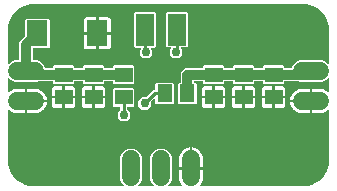
<source format=gbr>
G04 EAGLE Gerber X2 export*
%TF.Part,Single*%
%TF.FileFunction,Copper,L2,Bot,Mixed*%
%TF.FilePolarity,Positive*%
%TF.GenerationSoftware,Autodesk,EAGLE,9.0.0*%
%TF.CreationDate,2018-04-26T19:48:34Z*%
G75*
%MOMM*%
%FSLAX34Y34*%
%LPD*%
%AMOC8*
5,1,8,0,0,1.08239X$1,22.5*%
G01*
%ADD10R,1.300000X1.500000*%
%ADD11R,1.500000X1.300000*%
%ADD12R,1.500000X2.700000*%
%ADD13C,1.524000*%
%ADD14R,1.800000X2.200000*%
%ADD15C,0.812800*%
%ADD16C,0.756400*%
%ADD17C,0.254000*%

G36*
X209385Y137162D02*
X209385Y137162D01*
X209390Y137161D01*
X209483Y137181D01*
X209576Y137200D01*
X209580Y137203D01*
X209584Y137204D01*
X209662Y137259D01*
X209740Y137313D01*
X209742Y137316D01*
X209746Y137319D01*
X209796Y137400D01*
X209847Y137480D01*
X209848Y137485D01*
X209850Y137488D01*
X209864Y137582D01*
X209880Y137677D01*
X209879Y137681D01*
X209880Y137685D01*
X209856Y137777D01*
X209834Y137870D01*
X209832Y137873D01*
X209831Y137877D01*
X209734Y138013D01*
X208147Y139600D01*
X206755Y142961D01*
X206755Y161839D01*
X208147Y165200D01*
X210720Y167773D01*
X214081Y169165D01*
X217719Y169165D01*
X221080Y167773D01*
X223653Y165200D01*
X225045Y161839D01*
X225045Y142961D01*
X223653Y139600D01*
X222066Y138013D01*
X222063Y138009D01*
X222060Y138007D01*
X222009Y137927D01*
X221956Y137847D01*
X221955Y137843D01*
X221953Y137840D01*
X221937Y137746D01*
X221919Y137652D01*
X221920Y137648D01*
X221920Y137643D01*
X221941Y137552D01*
X221962Y137458D01*
X221965Y137454D01*
X221966Y137450D01*
X222022Y137374D01*
X222077Y137295D01*
X222081Y137293D01*
X222084Y137290D01*
X222165Y137241D01*
X222247Y137191D01*
X222251Y137191D01*
X222255Y137188D01*
X222419Y137161D01*
X234781Y137161D01*
X234785Y137162D01*
X234790Y137161D01*
X234883Y137181D01*
X234976Y137200D01*
X234980Y137203D01*
X234984Y137204D01*
X235062Y137259D01*
X235140Y137313D01*
X235142Y137316D01*
X235146Y137319D01*
X235196Y137400D01*
X235247Y137480D01*
X235248Y137485D01*
X235250Y137488D01*
X235264Y137582D01*
X235280Y137677D01*
X235279Y137681D01*
X235280Y137685D01*
X235256Y137777D01*
X235234Y137870D01*
X235232Y137873D01*
X235231Y137877D01*
X235134Y138013D01*
X233547Y139600D01*
X232155Y142961D01*
X232155Y161839D01*
X233547Y165200D01*
X236120Y167773D01*
X239481Y169165D01*
X243119Y169165D01*
X246480Y167773D01*
X249053Y165200D01*
X250445Y161839D01*
X250445Y142961D01*
X249053Y139600D01*
X247466Y138013D01*
X247463Y138009D01*
X247460Y138007D01*
X247409Y137927D01*
X247356Y137847D01*
X247355Y137843D01*
X247353Y137840D01*
X247337Y137746D01*
X247319Y137652D01*
X247320Y137648D01*
X247320Y137643D01*
X247341Y137552D01*
X247362Y137458D01*
X247365Y137454D01*
X247366Y137450D01*
X247422Y137374D01*
X247477Y137295D01*
X247481Y137293D01*
X247484Y137290D01*
X247565Y137241D01*
X247647Y137191D01*
X247651Y137191D01*
X247655Y137188D01*
X247819Y137161D01*
X258745Y137161D01*
X258749Y137162D01*
X258753Y137161D01*
X258846Y137181D01*
X258939Y137200D01*
X258943Y137203D01*
X258947Y137204D01*
X259024Y137259D01*
X259103Y137313D01*
X259106Y137316D01*
X259109Y137319D01*
X259159Y137400D01*
X259210Y137480D01*
X259211Y137485D01*
X259213Y137488D01*
X259228Y137583D01*
X259244Y137677D01*
X259243Y137681D01*
X259243Y137685D01*
X259219Y137778D01*
X259197Y137870D01*
X259195Y137873D01*
X259194Y137877D01*
X259098Y138013D01*
X258950Y138161D01*
X258010Y139455D01*
X257284Y140880D01*
X256789Y142401D01*
X256539Y143980D01*
X256539Y151401D01*
X266200Y151401D01*
X266208Y151402D01*
X266216Y151401D01*
X266305Y151422D01*
X266395Y151440D01*
X266402Y151445D01*
X266410Y151447D01*
X266483Y151501D01*
X266559Y151553D01*
X266563Y151560D01*
X266570Y151565D01*
X266616Y151643D01*
X266666Y151720D01*
X266667Y151729D01*
X266671Y151736D01*
X266699Y151900D01*
X266699Y152401D01*
X266701Y152401D01*
X266701Y151900D01*
X266703Y151892D01*
X266701Y151883D01*
X266722Y151795D01*
X266740Y151705D01*
X266745Y151698D01*
X266747Y151690D01*
X266801Y151617D01*
X266853Y151541D01*
X266860Y151537D01*
X266865Y151530D01*
X266943Y151483D01*
X267021Y151434D01*
X267029Y151433D01*
X267036Y151428D01*
X267200Y151401D01*
X276861Y151401D01*
X276861Y143980D01*
X276611Y142401D01*
X276116Y140880D01*
X275390Y139455D01*
X274450Y138161D01*
X274302Y138013D01*
X274300Y138009D01*
X274297Y138007D01*
X274245Y137926D01*
X274193Y137847D01*
X274192Y137843D01*
X274190Y137840D01*
X274174Y137746D01*
X274156Y137652D01*
X274157Y137648D01*
X274156Y137643D01*
X274178Y137551D01*
X274199Y137458D01*
X274202Y137454D01*
X274203Y137450D01*
X274259Y137374D01*
X274314Y137296D01*
X274318Y137293D01*
X274320Y137290D01*
X274402Y137242D01*
X274484Y137191D01*
X274488Y137191D01*
X274491Y137188D01*
X274655Y137161D01*
X361950Y137161D01*
X361964Y137164D01*
X361983Y137162D01*
X364735Y137342D01*
X364774Y137353D01*
X364832Y137358D01*
X370150Y138783D01*
X370190Y138803D01*
X370270Y138833D01*
X375038Y141586D01*
X375072Y141616D01*
X375142Y141665D01*
X379035Y145558D01*
X379060Y145596D01*
X379114Y145662D01*
X381867Y150430D01*
X381877Y150459D01*
X381878Y150461D01*
X381879Y150465D01*
X381881Y150472D01*
X381917Y150550D01*
X383342Y155868D01*
X383344Y155908D01*
X383358Y155965D01*
X383538Y158717D01*
X383536Y158732D01*
X383539Y158750D01*
X383539Y201595D01*
X383538Y201599D01*
X383539Y201603D01*
X383519Y201696D01*
X383500Y201789D01*
X383497Y201793D01*
X383496Y201797D01*
X383441Y201874D01*
X383387Y201953D01*
X383384Y201956D01*
X383381Y201959D01*
X383300Y202009D01*
X383220Y202060D01*
X383215Y202061D01*
X383212Y202063D01*
X383117Y202078D01*
X383023Y202094D01*
X383019Y202093D01*
X383015Y202093D01*
X382922Y202069D01*
X382830Y202047D01*
X382827Y202045D01*
X382823Y202044D01*
X382687Y201948D01*
X382539Y201800D01*
X381245Y200860D01*
X379820Y200134D01*
X378299Y199639D01*
X376720Y199389D01*
X369299Y199389D01*
X369299Y209050D01*
X369298Y209058D01*
X369299Y209066D01*
X369278Y209155D01*
X369260Y209245D01*
X369255Y209252D01*
X369253Y209260D01*
X369199Y209333D01*
X369147Y209409D01*
X369140Y209413D01*
X369135Y209420D01*
X369057Y209466D01*
X368980Y209516D01*
X368971Y209517D01*
X368964Y209521D01*
X368800Y209549D01*
X368299Y209549D01*
X368299Y209551D01*
X368800Y209551D01*
X368808Y209553D01*
X368816Y209551D01*
X368905Y209572D01*
X368995Y209590D01*
X369002Y209595D01*
X369010Y209597D01*
X369083Y209651D01*
X369159Y209703D01*
X369163Y209710D01*
X369170Y209715D01*
X369216Y209793D01*
X369266Y209871D01*
X369267Y209879D01*
X369271Y209886D01*
X369299Y210050D01*
X369299Y219711D01*
X376720Y219711D01*
X378299Y219461D01*
X379820Y218966D01*
X381245Y218240D01*
X382539Y217300D01*
X382687Y217152D01*
X382691Y217150D01*
X382693Y217147D01*
X382773Y217095D01*
X382853Y217043D01*
X382857Y217042D01*
X382860Y217040D01*
X382954Y217024D01*
X383048Y217006D01*
X383052Y217007D01*
X383057Y217006D01*
X383149Y217028D01*
X383242Y217049D01*
X383246Y217052D01*
X383250Y217053D01*
X383326Y217109D01*
X383404Y217164D01*
X383407Y217168D01*
X383410Y217170D01*
X383458Y217251D01*
X383509Y217334D01*
X383509Y217338D01*
X383512Y217341D01*
X383539Y217505D01*
X383539Y228431D01*
X383538Y228435D01*
X383539Y228440D01*
X383519Y228533D01*
X383500Y228626D01*
X383497Y228630D01*
X383496Y228634D01*
X383441Y228712D01*
X383387Y228790D01*
X383384Y228792D01*
X383381Y228796D01*
X383300Y228846D01*
X383220Y228897D01*
X383215Y228898D01*
X383212Y228900D01*
X383118Y228914D01*
X383023Y228930D01*
X383019Y228929D01*
X383015Y228930D01*
X382923Y228906D01*
X382830Y228884D01*
X382827Y228882D01*
X382823Y228881D01*
X382687Y228784D01*
X381100Y227197D01*
X377739Y225805D01*
X358861Y225805D01*
X358093Y226123D01*
X358079Y226126D01*
X358066Y226134D01*
X357902Y226161D01*
X346074Y226161D01*
X346066Y226160D01*
X346057Y226161D01*
X345969Y226140D01*
X345879Y226122D01*
X345872Y226117D01*
X345864Y226115D01*
X345791Y226061D01*
X345715Y226009D01*
X345711Y226002D01*
X345704Y225997D01*
X345657Y225919D01*
X345608Y225842D01*
X345607Y225833D01*
X345602Y225826D01*
X345575Y225662D01*
X345575Y224618D01*
X344682Y223725D01*
X328418Y223725D01*
X327525Y224618D01*
X327525Y225662D01*
X327524Y225670D01*
X327525Y225679D01*
X327504Y225767D01*
X327486Y225857D01*
X327481Y225864D01*
X327479Y225872D01*
X327425Y225945D01*
X327373Y226021D01*
X327366Y226025D01*
X327361Y226032D01*
X327283Y226079D01*
X327206Y226128D01*
X327197Y226129D01*
X327190Y226134D01*
X327026Y226161D01*
X320674Y226161D01*
X320666Y226160D01*
X320657Y226161D01*
X320569Y226140D01*
X320479Y226122D01*
X320472Y226117D01*
X320464Y226115D01*
X320391Y226061D01*
X320315Y226009D01*
X320311Y226002D01*
X320304Y225997D01*
X320257Y225919D01*
X320208Y225842D01*
X320207Y225833D01*
X320202Y225826D01*
X320175Y225662D01*
X320175Y224618D01*
X319282Y223725D01*
X303018Y223725D01*
X302125Y224618D01*
X302125Y225662D01*
X302124Y225670D01*
X302125Y225679D01*
X302104Y225767D01*
X302086Y225857D01*
X302081Y225864D01*
X302079Y225872D01*
X302025Y225945D01*
X301973Y226021D01*
X301966Y226025D01*
X301961Y226032D01*
X301883Y226079D01*
X301806Y226128D01*
X301797Y226129D01*
X301790Y226134D01*
X301626Y226161D01*
X295274Y226161D01*
X295266Y226160D01*
X295257Y226161D01*
X295169Y226140D01*
X295079Y226122D01*
X295072Y226117D01*
X295064Y226115D01*
X294991Y226061D01*
X294915Y226009D01*
X294911Y226002D01*
X294904Y225997D01*
X294857Y225919D01*
X294808Y225842D01*
X294807Y225833D01*
X294802Y225826D01*
X294775Y225662D01*
X294775Y224618D01*
X293882Y223725D01*
X277618Y223725D01*
X276725Y224618D01*
X276725Y225662D01*
X276724Y225670D01*
X276725Y225679D01*
X276704Y225767D01*
X276686Y225857D01*
X276681Y225864D01*
X276679Y225872D01*
X276625Y225945D01*
X276573Y226021D01*
X276566Y226025D01*
X276561Y226032D01*
X276483Y226079D01*
X276406Y226128D01*
X276397Y226129D01*
X276390Y226134D01*
X276226Y226161D01*
X269588Y226161D01*
X269580Y226160D01*
X269571Y226161D01*
X269483Y226140D01*
X269393Y226122D01*
X269386Y226117D01*
X269378Y226115D01*
X269305Y226061D01*
X269229Y226009D01*
X269225Y226002D01*
X269218Y225997D01*
X269171Y225919D01*
X269122Y225842D01*
X269121Y225833D01*
X269116Y225826D01*
X269089Y225662D01*
X269089Y225424D01*
X269090Y225416D01*
X269089Y225407D01*
X269110Y225319D01*
X269128Y225229D01*
X269133Y225222D01*
X269135Y225214D01*
X269189Y225141D01*
X269241Y225065D01*
X269248Y225061D01*
X269253Y225054D01*
X269331Y225007D01*
X269408Y224958D01*
X269417Y224957D01*
X269424Y224952D01*
X269588Y224925D01*
X270632Y224925D01*
X271525Y224032D01*
X271525Y207768D01*
X270632Y206875D01*
X256368Y206875D01*
X255475Y207768D01*
X255475Y224032D01*
X256368Y224925D01*
X257412Y224925D01*
X257420Y224926D01*
X257429Y224925D01*
X257517Y224946D01*
X257607Y224964D01*
X257614Y224969D01*
X257622Y224971D01*
X257695Y225025D01*
X257771Y225077D01*
X257775Y225084D01*
X257782Y225089D01*
X257829Y225167D01*
X257878Y225244D01*
X257879Y225253D01*
X257884Y225260D01*
X257911Y225424D01*
X257911Y232862D01*
X258762Y234916D01*
X260334Y236488D01*
X262388Y237339D01*
X276226Y237339D01*
X276234Y237340D01*
X276243Y237339D01*
X276331Y237360D01*
X276421Y237378D01*
X276428Y237383D01*
X276436Y237385D01*
X276509Y237439D01*
X276585Y237491D01*
X276589Y237498D01*
X276596Y237503D01*
X276643Y237581D01*
X276692Y237658D01*
X276693Y237667D01*
X276698Y237674D01*
X276725Y237838D01*
X276725Y238882D01*
X277618Y239775D01*
X293882Y239775D01*
X294775Y238882D01*
X294775Y237838D01*
X294776Y237830D01*
X294775Y237821D01*
X294796Y237733D01*
X294814Y237643D01*
X294819Y237636D01*
X294821Y237628D01*
X294875Y237555D01*
X294927Y237479D01*
X294934Y237475D01*
X294939Y237468D01*
X295017Y237421D01*
X295094Y237372D01*
X295103Y237371D01*
X295110Y237366D01*
X295274Y237339D01*
X301626Y237339D01*
X301634Y237340D01*
X301643Y237339D01*
X301731Y237360D01*
X301821Y237378D01*
X301828Y237383D01*
X301836Y237385D01*
X301909Y237439D01*
X301985Y237491D01*
X301989Y237498D01*
X301996Y237503D01*
X302043Y237581D01*
X302092Y237658D01*
X302093Y237667D01*
X302098Y237674D01*
X302125Y237838D01*
X302125Y238882D01*
X303018Y239775D01*
X319282Y239775D01*
X320175Y238882D01*
X320175Y237838D01*
X320176Y237830D01*
X320175Y237821D01*
X320196Y237733D01*
X320214Y237643D01*
X320219Y237636D01*
X320221Y237628D01*
X320275Y237555D01*
X320327Y237479D01*
X320334Y237475D01*
X320339Y237468D01*
X320417Y237421D01*
X320494Y237372D01*
X320503Y237371D01*
X320510Y237366D01*
X320674Y237339D01*
X327026Y237339D01*
X327034Y237340D01*
X327043Y237339D01*
X327131Y237360D01*
X327221Y237378D01*
X327228Y237383D01*
X327236Y237385D01*
X327309Y237439D01*
X327385Y237491D01*
X327389Y237498D01*
X327396Y237503D01*
X327443Y237581D01*
X327492Y237658D01*
X327493Y237667D01*
X327498Y237674D01*
X327525Y237838D01*
X327525Y238882D01*
X328418Y239775D01*
X344682Y239775D01*
X345575Y238882D01*
X345575Y237838D01*
X345576Y237830D01*
X345575Y237821D01*
X345596Y237733D01*
X345614Y237643D01*
X345619Y237636D01*
X345621Y237628D01*
X345675Y237555D01*
X345727Y237479D01*
X345734Y237475D01*
X345739Y237468D01*
X345817Y237421D01*
X345894Y237372D01*
X345903Y237371D01*
X345910Y237366D01*
X346074Y237339D01*
X351438Y237339D01*
X351448Y237341D01*
X351458Y237339D01*
X351545Y237360D01*
X351633Y237378D01*
X351641Y237384D01*
X351651Y237387D01*
X351723Y237440D01*
X351796Y237491D01*
X351802Y237500D01*
X351811Y237506D01*
X351899Y237647D01*
X352927Y240130D01*
X355500Y242703D01*
X358861Y244095D01*
X377739Y244095D01*
X381100Y242703D01*
X382687Y241116D01*
X382691Y241113D01*
X382693Y241110D01*
X382773Y241059D01*
X382853Y241006D01*
X382857Y241005D01*
X382860Y241003D01*
X382954Y240987D01*
X383048Y240969D01*
X383052Y240970D01*
X383057Y240970D01*
X383148Y240991D01*
X383242Y241012D01*
X383246Y241015D01*
X383250Y241016D01*
X383326Y241072D01*
X383405Y241127D01*
X383407Y241131D01*
X383410Y241134D01*
X383458Y241215D01*
X383509Y241297D01*
X383509Y241301D01*
X383512Y241305D01*
X383539Y241469D01*
X383539Y269875D01*
X383536Y269889D01*
X383538Y269908D01*
X383358Y272660D01*
X383347Y272699D01*
X383342Y272757D01*
X381917Y278075D01*
X381897Y278115D01*
X381895Y278121D01*
X381886Y278159D01*
X381875Y278173D01*
X381867Y278195D01*
X379114Y282963D01*
X379084Y282997D01*
X379035Y283067D01*
X375142Y286960D01*
X375104Y286985D01*
X375038Y287039D01*
X370270Y289792D01*
X370228Y289806D01*
X370150Y289842D01*
X364832Y291267D01*
X364792Y291269D01*
X364735Y291283D01*
X361983Y291463D01*
X361968Y291461D01*
X361950Y291464D01*
X133350Y291464D01*
X133335Y291461D01*
X133317Y291463D01*
X130565Y291283D01*
X130526Y291272D01*
X130468Y291267D01*
X125150Y289842D01*
X125110Y289822D01*
X125030Y289792D01*
X120262Y287039D01*
X120228Y287009D01*
X120158Y286960D01*
X116265Y283067D01*
X116240Y283029D01*
X116186Y282963D01*
X113433Y278195D01*
X113421Y278159D01*
X113401Y278129D01*
X113398Y278107D01*
X113383Y278075D01*
X111958Y272757D01*
X111956Y272717D01*
X111942Y272660D01*
X111762Y269908D01*
X111764Y269893D01*
X111761Y269875D01*
X111761Y241469D01*
X111762Y241465D01*
X111761Y241460D01*
X111781Y241367D01*
X111800Y241274D01*
X111803Y241270D01*
X111804Y241266D01*
X111859Y241188D01*
X111913Y241110D01*
X111916Y241108D01*
X111919Y241104D01*
X112000Y241054D01*
X112080Y241003D01*
X112085Y241002D01*
X112088Y241000D01*
X112182Y240986D01*
X112277Y240970D01*
X112281Y240971D01*
X112285Y240970D01*
X112377Y240994D01*
X112470Y241016D01*
X112473Y241018D01*
X112477Y241019D01*
X112613Y241116D01*
X114200Y242703D01*
X117561Y244095D01*
X120912Y244095D01*
X120920Y244096D01*
X120929Y244095D01*
X121017Y244116D01*
X121107Y244134D01*
X121114Y244139D01*
X121122Y244141D01*
X121195Y244195D01*
X121271Y244247D01*
X121275Y244254D01*
X121282Y244259D01*
X121329Y244337D01*
X121378Y244414D01*
X121379Y244423D01*
X121384Y244430D01*
X121411Y244594D01*
X121411Y258387D01*
X122262Y260441D01*
X125754Y263933D01*
X125761Y263943D01*
X125771Y263951D01*
X125816Y264026D01*
X125864Y264099D01*
X125866Y264111D01*
X125873Y264122D01*
X125900Y264286D01*
X125900Y278332D01*
X126793Y279225D01*
X146057Y279225D01*
X146950Y278332D01*
X146950Y255068D01*
X146057Y254175D01*
X133088Y254175D01*
X133080Y254174D01*
X133071Y254175D01*
X132983Y254154D01*
X132893Y254136D01*
X132886Y254131D01*
X132878Y254129D01*
X132805Y254075D01*
X132729Y254023D01*
X132725Y254016D01*
X132718Y254011D01*
X132671Y253933D01*
X132622Y253856D01*
X132621Y253847D01*
X132616Y253840D01*
X132589Y253676D01*
X132589Y244594D01*
X132590Y244586D01*
X132589Y244577D01*
X132610Y244489D01*
X132628Y244399D01*
X132633Y244392D01*
X132635Y244384D01*
X132689Y244311D01*
X132741Y244235D01*
X132748Y244231D01*
X132753Y244224D01*
X132831Y244177D01*
X132908Y244128D01*
X132917Y244127D01*
X132924Y244122D01*
X133088Y244095D01*
X136439Y244095D01*
X139800Y242703D01*
X142373Y240130D01*
X143401Y237647D01*
X143407Y237638D01*
X143409Y237628D01*
X143462Y237556D01*
X143512Y237482D01*
X143521Y237476D01*
X143527Y237468D01*
X143604Y237423D01*
X143679Y237374D01*
X143689Y237372D01*
X143698Y237366D01*
X143862Y237339D01*
X149226Y237339D01*
X149234Y237340D01*
X149243Y237339D01*
X149331Y237360D01*
X149421Y237378D01*
X149428Y237383D01*
X149436Y237385D01*
X149509Y237439D01*
X149585Y237491D01*
X149589Y237498D01*
X149596Y237503D01*
X149643Y237581D01*
X149692Y237658D01*
X149693Y237667D01*
X149698Y237674D01*
X149725Y237838D01*
X149725Y238882D01*
X150618Y239775D01*
X166882Y239775D01*
X167775Y238882D01*
X167775Y237838D01*
X167776Y237830D01*
X167775Y237821D01*
X167796Y237733D01*
X167814Y237643D01*
X167819Y237636D01*
X167821Y237628D01*
X167875Y237555D01*
X167927Y237479D01*
X167934Y237475D01*
X167939Y237468D01*
X168017Y237421D01*
X168094Y237372D01*
X168103Y237371D01*
X168110Y237366D01*
X168274Y237339D01*
X174626Y237339D01*
X174634Y237340D01*
X174643Y237339D01*
X174731Y237360D01*
X174821Y237378D01*
X174828Y237383D01*
X174836Y237385D01*
X174909Y237439D01*
X174985Y237491D01*
X174989Y237498D01*
X174996Y237503D01*
X175043Y237581D01*
X175092Y237658D01*
X175093Y237667D01*
X175098Y237674D01*
X175125Y237838D01*
X175125Y238882D01*
X176018Y239775D01*
X192282Y239775D01*
X193175Y238882D01*
X193175Y237838D01*
X193176Y237830D01*
X193175Y237821D01*
X193196Y237733D01*
X193214Y237643D01*
X193219Y237636D01*
X193221Y237628D01*
X193275Y237555D01*
X193327Y237479D01*
X193334Y237475D01*
X193339Y237468D01*
X193417Y237421D01*
X193494Y237372D01*
X193503Y237371D01*
X193510Y237366D01*
X193674Y237339D01*
X200026Y237339D01*
X200034Y237340D01*
X200043Y237339D01*
X200131Y237360D01*
X200221Y237378D01*
X200228Y237383D01*
X200236Y237385D01*
X200309Y237439D01*
X200385Y237491D01*
X200389Y237498D01*
X200396Y237503D01*
X200443Y237581D01*
X200492Y237658D01*
X200493Y237667D01*
X200498Y237674D01*
X200525Y237838D01*
X200525Y238882D01*
X201418Y239775D01*
X217682Y239775D01*
X218575Y238882D01*
X218575Y224618D01*
X217682Y223725D01*
X201418Y223725D01*
X200525Y224618D01*
X200525Y225662D01*
X200524Y225670D01*
X200525Y225679D01*
X200504Y225767D01*
X200486Y225857D01*
X200481Y225864D01*
X200479Y225872D01*
X200425Y225945D01*
X200373Y226021D01*
X200366Y226025D01*
X200361Y226032D01*
X200283Y226079D01*
X200206Y226128D01*
X200197Y226129D01*
X200190Y226134D01*
X200026Y226161D01*
X193674Y226161D01*
X193666Y226160D01*
X193657Y226161D01*
X193569Y226140D01*
X193479Y226122D01*
X193472Y226117D01*
X193464Y226115D01*
X193391Y226061D01*
X193315Y226009D01*
X193311Y226002D01*
X193304Y225997D01*
X193257Y225919D01*
X193208Y225842D01*
X193207Y225833D01*
X193202Y225826D01*
X193175Y225662D01*
X193175Y224618D01*
X192282Y223725D01*
X176018Y223725D01*
X175125Y224618D01*
X175125Y225662D01*
X175124Y225670D01*
X175125Y225679D01*
X175104Y225767D01*
X175086Y225857D01*
X175081Y225864D01*
X175079Y225872D01*
X175025Y225945D01*
X174973Y226021D01*
X174966Y226025D01*
X174961Y226032D01*
X174883Y226079D01*
X174806Y226128D01*
X174797Y226129D01*
X174790Y226134D01*
X174626Y226161D01*
X168274Y226161D01*
X168266Y226160D01*
X168257Y226161D01*
X168169Y226140D01*
X168079Y226122D01*
X168072Y226117D01*
X168064Y226115D01*
X167991Y226061D01*
X167915Y226009D01*
X167911Y226002D01*
X167904Y225997D01*
X167857Y225919D01*
X167808Y225842D01*
X167807Y225833D01*
X167802Y225826D01*
X167775Y225662D01*
X167775Y224618D01*
X166882Y223725D01*
X150618Y223725D01*
X149725Y224618D01*
X149725Y225662D01*
X149724Y225670D01*
X149725Y225679D01*
X149704Y225767D01*
X149686Y225857D01*
X149681Y225864D01*
X149679Y225872D01*
X149625Y225945D01*
X149573Y226021D01*
X149566Y226025D01*
X149561Y226032D01*
X149483Y226079D01*
X149406Y226128D01*
X149397Y226129D01*
X149390Y226134D01*
X149226Y226161D01*
X137398Y226161D01*
X137383Y226158D01*
X137369Y226160D01*
X137207Y226123D01*
X136439Y225805D01*
X117561Y225805D01*
X114200Y227197D01*
X112613Y228784D01*
X112609Y228787D01*
X112607Y228790D01*
X112527Y228841D01*
X112447Y228894D01*
X112443Y228895D01*
X112440Y228897D01*
X112346Y228913D01*
X112252Y228931D01*
X112248Y228930D01*
X112243Y228930D01*
X112152Y228909D01*
X112058Y228888D01*
X112054Y228885D01*
X112050Y228884D01*
X111974Y228828D01*
X111895Y228773D01*
X111893Y228769D01*
X111890Y228766D01*
X111841Y228685D01*
X111791Y228603D01*
X111791Y228599D01*
X111788Y228595D01*
X111761Y228431D01*
X111761Y217505D01*
X111762Y217501D01*
X111761Y217497D01*
X111781Y217404D01*
X111800Y217311D01*
X111803Y217307D01*
X111804Y217303D01*
X111859Y217226D01*
X111913Y217147D01*
X111916Y217144D01*
X111919Y217141D01*
X112000Y217091D01*
X112080Y217040D01*
X112085Y217039D01*
X112088Y217037D01*
X112183Y217022D01*
X112277Y217006D01*
X112281Y217007D01*
X112285Y217007D01*
X112378Y217031D01*
X112470Y217053D01*
X112473Y217055D01*
X112477Y217056D01*
X112613Y217152D01*
X112761Y217300D01*
X114055Y218240D01*
X115480Y218966D01*
X117001Y219461D01*
X118580Y219711D01*
X126001Y219711D01*
X126001Y210050D01*
X126002Y210042D01*
X126001Y210035D01*
X126001Y210034D01*
X126022Y209945D01*
X126040Y209855D01*
X126045Y209848D01*
X126047Y209840D01*
X126101Y209767D01*
X126153Y209691D01*
X126160Y209687D01*
X126165Y209680D01*
X126243Y209634D01*
X126320Y209584D01*
X126329Y209583D01*
X126336Y209579D01*
X126500Y209551D01*
X127001Y209551D01*
X127001Y209549D01*
X126500Y209549D01*
X126492Y209547D01*
X126483Y209549D01*
X126395Y209528D01*
X126305Y209510D01*
X126298Y209505D01*
X126290Y209503D01*
X126217Y209449D01*
X126141Y209397D01*
X126137Y209390D01*
X126130Y209385D01*
X126083Y209307D01*
X126034Y209229D01*
X126033Y209221D01*
X126028Y209214D01*
X126001Y209050D01*
X126001Y199389D01*
X118580Y199389D01*
X117001Y199639D01*
X115480Y200134D01*
X114055Y200860D01*
X112761Y201800D01*
X112613Y201948D01*
X112609Y201950D01*
X112607Y201953D01*
X112527Y202005D01*
X112447Y202057D01*
X112443Y202058D01*
X112440Y202060D01*
X112346Y202076D01*
X112252Y202094D01*
X112248Y202093D01*
X112243Y202094D01*
X112151Y202072D01*
X112058Y202051D01*
X112054Y202048D01*
X112050Y202047D01*
X111974Y201991D01*
X111896Y201936D01*
X111893Y201932D01*
X111890Y201930D01*
X111842Y201848D01*
X111791Y201766D01*
X111791Y201762D01*
X111788Y201759D01*
X111761Y201595D01*
X111761Y158750D01*
X111764Y158736D01*
X111762Y158717D01*
X111942Y155965D01*
X111953Y155926D01*
X111958Y155868D01*
X113383Y150550D01*
X113403Y150510D01*
X113433Y150430D01*
X116186Y145662D01*
X116216Y145628D01*
X116265Y145558D01*
X120158Y141665D01*
X120196Y141640D01*
X120262Y141586D01*
X125030Y138833D01*
X125072Y138819D01*
X125150Y138783D01*
X130468Y137358D01*
X130508Y137356D01*
X130565Y137342D01*
X133317Y137162D01*
X133332Y137164D01*
X133350Y137161D01*
X209381Y137161D01*
X209385Y137162D01*
G37*
%LPC*%
G36*
X251802Y245518D02*
X251802Y245518D01*
X248693Y248627D01*
X248693Y253023D01*
X249768Y254098D01*
X249771Y254102D01*
X249774Y254104D01*
X249825Y254184D01*
X249878Y254264D01*
X249879Y254268D01*
X249881Y254271D01*
X249897Y254365D01*
X249914Y254459D01*
X249913Y254463D01*
X249914Y254468D01*
X249892Y254559D01*
X249872Y254653D01*
X249869Y254657D01*
X249868Y254661D01*
X249812Y254737D01*
X249756Y254816D01*
X249753Y254818D01*
X249750Y254821D01*
X249668Y254870D01*
X249587Y254920D01*
X249583Y254920D01*
X249579Y254923D01*
X249415Y254950D01*
X246668Y254950D01*
X245775Y255843D01*
X245775Y284107D01*
X246668Y285000D01*
X262932Y285000D01*
X263825Y284107D01*
X263825Y255843D01*
X262932Y254950D01*
X258585Y254950D01*
X258581Y254949D01*
X258577Y254950D01*
X258483Y254930D01*
X258390Y254911D01*
X258387Y254908D01*
X258382Y254907D01*
X258305Y254852D01*
X258226Y254798D01*
X258224Y254795D01*
X258220Y254792D01*
X258170Y254711D01*
X258119Y254631D01*
X258118Y254626D01*
X258116Y254623D01*
X258102Y254529D01*
X258086Y254434D01*
X258087Y254430D01*
X258086Y254426D01*
X258110Y254334D01*
X258132Y254241D01*
X258134Y254238D01*
X258135Y254234D01*
X258232Y254098D01*
X259307Y253023D01*
X259307Y248627D01*
X256198Y245518D01*
X251802Y245518D01*
G37*
%LPD*%
%LPC*%
G36*
X226402Y245518D02*
X226402Y245518D01*
X223293Y248627D01*
X223293Y253023D01*
X224168Y253898D01*
X224171Y253902D01*
X224174Y253904D01*
X224225Y253984D01*
X224278Y254064D01*
X224279Y254068D01*
X224281Y254071D01*
X224297Y254165D01*
X224314Y254259D01*
X224313Y254263D01*
X224314Y254268D01*
X224292Y254359D01*
X224272Y254453D01*
X224269Y254457D01*
X224268Y254461D01*
X224212Y254537D01*
X224156Y254616D01*
X224153Y254618D01*
X224150Y254621D01*
X224068Y254670D01*
X223987Y254720D01*
X223983Y254720D01*
X223979Y254723D01*
X223815Y254750D01*
X219668Y254750D01*
X218775Y255643D01*
X218775Y283907D01*
X219668Y284800D01*
X235932Y284800D01*
X236825Y283907D01*
X236825Y255643D01*
X235932Y254750D01*
X233385Y254750D01*
X233381Y254749D01*
X233377Y254750D01*
X233283Y254730D01*
X233190Y254711D01*
X233187Y254708D01*
X233182Y254707D01*
X233105Y254652D01*
X233026Y254598D01*
X233024Y254595D01*
X233020Y254592D01*
X232970Y254511D01*
X232919Y254431D01*
X232918Y254426D01*
X232916Y254423D01*
X232902Y254329D01*
X232886Y254234D01*
X232887Y254230D01*
X232886Y254226D01*
X232910Y254134D01*
X232932Y254041D01*
X232934Y254038D01*
X232935Y254034D01*
X233032Y253898D01*
X233907Y253023D01*
X233907Y248627D01*
X230798Y245518D01*
X226402Y245518D01*
G37*
%LPD*%
%LPC*%
G36*
X225302Y202193D02*
X225302Y202193D01*
X222193Y205302D01*
X222193Y209698D01*
X225302Y212807D01*
X228648Y212807D01*
X228660Y212809D01*
X228672Y212807D01*
X228757Y212829D01*
X228842Y212846D01*
X228853Y212853D01*
X228865Y212857D01*
X229001Y212953D01*
X234742Y218695D01*
X235976Y218695D01*
X235984Y218696D01*
X235993Y218695D01*
X236081Y218716D01*
X236171Y218734D01*
X236178Y218739D01*
X236186Y218741D01*
X236259Y218795D01*
X236335Y218847D01*
X236339Y218854D01*
X236346Y218859D01*
X236393Y218937D01*
X236442Y219014D01*
X236443Y219023D01*
X236448Y219030D01*
X236475Y219194D01*
X236475Y224032D01*
X237368Y224925D01*
X251632Y224925D01*
X252525Y224032D01*
X252525Y207768D01*
X251632Y206875D01*
X237368Y206875D01*
X236475Y207768D01*
X236475Y211318D01*
X236474Y211322D01*
X236475Y211326D01*
X236455Y211419D01*
X236436Y211513D01*
X236433Y211516D01*
X236432Y211520D01*
X236377Y211598D01*
X236323Y211676D01*
X236320Y211679D01*
X236317Y211682D01*
X236236Y211732D01*
X236156Y211783D01*
X236151Y211784D01*
X236148Y211786D01*
X236054Y211801D01*
X235959Y211817D01*
X235955Y211816D01*
X235951Y211816D01*
X235859Y211793D01*
X235766Y211771D01*
X235763Y211768D01*
X235759Y211767D01*
X235623Y211671D01*
X232953Y209001D01*
X232946Y208990D01*
X232936Y208983D01*
X232891Y208908D01*
X232843Y208835D01*
X232841Y208822D01*
X232834Y208812D01*
X232807Y208648D01*
X232807Y205302D01*
X229698Y202193D01*
X225302Y202193D01*
G37*
%LPD*%
%LPC*%
G36*
X207802Y192193D02*
X207802Y192193D01*
X204693Y195302D01*
X204693Y199698D01*
X206609Y201614D01*
X206616Y201624D01*
X206626Y201632D01*
X206671Y201707D01*
X206719Y201780D01*
X206721Y201792D01*
X206728Y201803D01*
X206755Y201967D01*
X206755Y204226D01*
X206754Y204234D01*
X206755Y204243D01*
X206734Y204331D01*
X206716Y204421D01*
X206711Y204428D01*
X206709Y204436D01*
X206655Y204509D01*
X206603Y204585D01*
X206596Y204589D01*
X206591Y204596D01*
X206513Y204643D01*
X206436Y204692D01*
X206427Y204693D01*
X206420Y204698D01*
X206256Y204725D01*
X201418Y204725D01*
X200525Y205618D01*
X200525Y219882D01*
X201418Y220775D01*
X217682Y220775D01*
X218575Y219882D01*
X218575Y205618D01*
X217682Y204725D01*
X212844Y204725D01*
X212836Y204724D01*
X212827Y204725D01*
X212739Y204704D01*
X212649Y204686D01*
X212642Y204681D01*
X212634Y204679D01*
X212561Y204625D01*
X212485Y204573D01*
X212481Y204566D01*
X212474Y204561D01*
X212427Y204483D01*
X212378Y204406D01*
X212377Y204397D01*
X212372Y204390D01*
X212345Y204226D01*
X212345Y202867D01*
X212347Y202855D01*
X212345Y202842D01*
X212367Y202758D01*
X212384Y202672D01*
X212391Y202662D01*
X212395Y202649D01*
X212491Y202514D01*
X215307Y199698D01*
X215307Y195302D01*
X212198Y192193D01*
X207802Y192193D01*
G37*
%LPD*%
%LPC*%
G36*
X267699Y153399D02*
X267699Y153399D01*
X267699Y170149D01*
X269079Y169931D01*
X270600Y169436D01*
X272025Y168710D01*
X273319Y167770D01*
X274450Y166639D01*
X275390Y165345D01*
X276116Y163920D01*
X276611Y162399D01*
X276861Y160820D01*
X276861Y153399D01*
X267699Y153399D01*
G37*
%LPD*%
%LPC*%
G36*
X127999Y210549D02*
X127999Y210549D01*
X127999Y219711D01*
X135420Y219711D01*
X136999Y219461D01*
X138520Y218966D01*
X139945Y218240D01*
X141239Y217300D01*
X142370Y216169D01*
X143310Y214875D01*
X144036Y213450D01*
X144531Y211929D01*
X144749Y210549D01*
X127999Y210549D01*
G37*
%LPD*%
%LPC*%
G36*
X350551Y210549D02*
X350551Y210549D01*
X350769Y211929D01*
X351264Y213450D01*
X351990Y214875D01*
X352930Y216169D01*
X354061Y217300D01*
X355355Y218240D01*
X356780Y218966D01*
X358301Y219461D01*
X359880Y219711D01*
X367301Y219711D01*
X367301Y210549D01*
X350551Y210549D01*
G37*
%LPD*%
%LPC*%
G36*
X256539Y153399D02*
X256539Y153399D01*
X256539Y160820D01*
X256789Y162399D01*
X257284Y163920D01*
X258010Y165345D01*
X258950Y166639D01*
X260081Y167770D01*
X261375Y168710D01*
X262800Y169436D01*
X264321Y169931D01*
X265701Y170149D01*
X265701Y153399D01*
X256539Y153399D01*
G37*
%LPD*%
%LPC*%
G36*
X127999Y199389D02*
X127999Y199389D01*
X127999Y208551D01*
X144749Y208551D01*
X144531Y207171D01*
X144036Y205650D01*
X143310Y204225D01*
X142370Y202931D01*
X141239Y201800D01*
X139945Y200860D01*
X138520Y200134D01*
X136999Y199639D01*
X135420Y199389D01*
X127999Y199389D01*
G37*
%LPD*%
%LPC*%
G36*
X359880Y199389D02*
X359880Y199389D01*
X358301Y199639D01*
X356780Y200134D01*
X355355Y200860D01*
X354061Y201800D01*
X352930Y202931D01*
X351990Y204225D01*
X351264Y205650D01*
X350769Y207171D01*
X350551Y208551D01*
X367301Y208551D01*
X367301Y199389D01*
X359880Y199389D01*
G37*
%LPD*%
%LPC*%
G36*
X188424Y267699D02*
X188424Y267699D01*
X188424Y280241D01*
X196759Y280241D01*
X197406Y280068D01*
X197985Y279733D01*
X198458Y279260D01*
X198793Y278681D01*
X198966Y278034D01*
X198966Y267699D01*
X188424Y267699D01*
G37*
%LPD*%
%LPC*%
G36*
X175884Y267699D02*
X175884Y267699D01*
X175884Y278034D01*
X176057Y278681D01*
X176392Y279260D01*
X176865Y279733D01*
X177444Y280068D01*
X178091Y280241D01*
X186426Y280241D01*
X186426Y267699D01*
X175884Y267699D01*
G37*
%LPD*%
%LPC*%
G36*
X188424Y253159D02*
X188424Y253159D01*
X188424Y265701D01*
X198966Y265701D01*
X198966Y255366D01*
X198793Y254719D01*
X198458Y254140D01*
X197985Y253667D01*
X197406Y253332D01*
X196759Y253159D01*
X188424Y253159D01*
G37*
%LPD*%
%LPC*%
G36*
X178091Y253159D02*
X178091Y253159D01*
X177444Y253332D01*
X176865Y253667D01*
X176392Y254140D01*
X176057Y254719D01*
X175884Y255366D01*
X175884Y265701D01*
X186426Y265701D01*
X186426Y253159D01*
X178091Y253159D01*
G37*
%LPD*%
%LPC*%
G36*
X185149Y213749D02*
X185149Y213749D01*
X185149Y221791D01*
X191984Y221791D01*
X192631Y221618D01*
X193210Y221283D01*
X193683Y220810D01*
X194018Y220231D01*
X194191Y219584D01*
X194191Y213749D01*
X185149Y213749D01*
G37*
%LPD*%
%LPC*%
G36*
X159749Y213749D02*
X159749Y213749D01*
X159749Y221791D01*
X166584Y221791D01*
X167231Y221618D01*
X167810Y221283D01*
X168283Y220810D01*
X168618Y220231D01*
X168791Y219584D01*
X168791Y213749D01*
X159749Y213749D01*
G37*
%LPD*%
%LPC*%
G36*
X286749Y213749D02*
X286749Y213749D01*
X286749Y221791D01*
X293584Y221791D01*
X294231Y221618D01*
X294810Y221283D01*
X295283Y220810D01*
X295618Y220231D01*
X295791Y219584D01*
X295791Y213749D01*
X286749Y213749D01*
G37*
%LPD*%
%LPC*%
G36*
X337549Y213749D02*
X337549Y213749D01*
X337549Y221791D01*
X344384Y221791D01*
X345031Y221618D01*
X345610Y221283D01*
X346083Y220810D01*
X346418Y220231D01*
X346591Y219584D01*
X346591Y213749D01*
X337549Y213749D01*
G37*
%LPD*%
%LPC*%
G36*
X312149Y213749D02*
X312149Y213749D01*
X312149Y221791D01*
X318984Y221791D01*
X319631Y221618D01*
X320210Y221283D01*
X320683Y220810D01*
X321018Y220231D01*
X321191Y219584D01*
X321191Y213749D01*
X312149Y213749D01*
G37*
%LPD*%
%LPC*%
G36*
X275709Y213749D02*
X275709Y213749D01*
X275709Y219584D01*
X275882Y220231D01*
X276217Y220810D01*
X276690Y221283D01*
X277269Y221618D01*
X277916Y221791D01*
X284751Y221791D01*
X284751Y213749D01*
X275709Y213749D01*
G37*
%LPD*%
%LPC*%
G36*
X301109Y213749D02*
X301109Y213749D01*
X301109Y219584D01*
X301282Y220231D01*
X301617Y220810D01*
X302090Y221283D01*
X302669Y221618D01*
X303316Y221791D01*
X310151Y221791D01*
X310151Y213749D01*
X301109Y213749D01*
G37*
%LPD*%
%LPC*%
G36*
X326509Y213749D02*
X326509Y213749D01*
X326509Y219584D01*
X326682Y220231D01*
X327017Y220810D01*
X327490Y221283D01*
X328069Y221618D01*
X328716Y221791D01*
X335551Y221791D01*
X335551Y213749D01*
X326509Y213749D01*
G37*
%LPD*%
%LPC*%
G36*
X174109Y213749D02*
X174109Y213749D01*
X174109Y219584D01*
X174282Y220231D01*
X174617Y220810D01*
X175090Y221283D01*
X175669Y221618D01*
X176316Y221791D01*
X183151Y221791D01*
X183151Y213749D01*
X174109Y213749D01*
G37*
%LPD*%
%LPC*%
G36*
X148709Y213749D02*
X148709Y213749D01*
X148709Y219584D01*
X148882Y220231D01*
X149217Y220810D01*
X149690Y221283D01*
X150269Y221618D01*
X150916Y221791D01*
X157751Y221791D01*
X157751Y213749D01*
X148709Y213749D01*
G37*
%LPD*%
%LPC*%
G36*
X286749Y203709D02*
X286749Y203709D01*
X286749Y211751D01*
X295791Y211751D01*
X295791Y205916D01*
X295618Y205269D01*
X295283Y204690D01*
X294810Y204217D01*
X294231Y203882D01*
X293584Y203709D01*
X286749Y203709D01*
G37*
%LPD*%
%LPC*%
G36*
X337549Y203709D02*
X337549Y203709D01*
X337549Y211751D01*
X346591Y211751D01*
X346591Y205916D01*
X346418Y205269D01*
X346083Y204690D01*
X345610Y204217D01*
X345031Y203882D01*
X344384Y203709D01*
X337549Y203709D01*
G37*
%LPD*%
%LPC*%
G36*
X312149Y203709D02*
X312149Y203709D01*
X312149Y211751D01*
X321191Y211751D01*
X321191Y205916D01*
X321018Y205269D01*
X320683Y204690D01*
X320210Y204217D01*
X319631Y203882D01*
X318984Y203709D01*
X312149Y203709D01*
G37*
%LPD*%
%LPC*%
G36*
X185149Y203709D02*
X185149Y203709D01*
X185149Y211751D01*
X194191Y211751D01*
X194191Y205916D01*
X194018Y205269D01*
X193683Y204690D01*
X193210Y204217D01*
X192631Y203882D01*
X191984Y203709D01*
X185149Y203709D01*
G37*
%LPD*%
%LPC*%
G36*
X159749Y203709D02*
X159749Y203709D01*
X159749Y211751D01*
X168791Y211751D01*
X168791Y205916D01*
X168618Y205269D01*
X168283Y204690D01*
X167810Y204217D01*
X167231Y203882D01*
X166584Y203709D01*
X159749Y203709D01*
G37*
%LPD*%
%LPC*%
G36*
X303316Y203709D02*
X303316Y203709D01*
X302669Y203882D01*
X302090Y204217D01*
X301617Y204690D01*
X301282Y205269D01*
X301109Y205916D01*
X301109Y211751D01*
X310151Y211751D01*
X310151Y203709D01*
X303316Y203709D01*
G37*
%LPD*%
%LPC*%
G36*
X328716Y203709D02*
X328716Y203709D01*
X328069Y203882D01*
X327490Y204217D01*
X327017Y204690D01*
X326682Y205269D01*
X326509Y205916D01*
X326509Y211751D01*
X335551Y211751D01*
X335551Y203709D01*
X328716Y203709D01*
G37*
%LPD*%
%LPC*%
G36*
X277916Y203709D02*
X277916Y203709D01*
X277269Y203882D01*
X276690Y204217D01*
X276217Y204690D01*
X275882Y205269D01*
X275709Y205916D01*
X275709Y211751D01*
X284751Y211751D01*
X284751Y203709D01*
X277916Y203709D01*
G37*
%LPD*%
%LPC*%
G36*
X176316Y203709D02*
X176316Y203709D01*
X175669Y203882D01*
X175090Y204217D01*
X174617Y204690D01*
X174282Y205269D01*
X174109Y205916D01*
X174109Y211751D01*
X183151Y211751D01*
X183151Y203709D01*
X176316Y203709D01*
G37*
%LPD*%
%LPC*%
G36*
X150916Y203709D02*
X150916Y203709D01*
X150269Y203882D01*
X149690Y204217D01*
X149217Y204690D01*
X148882Y205269D01*
X148709Y205916D01*
X148709Y211751D01*
X157751Y211751D01*
X157751Y203709D01*
X150916Y203709D01*
G37*
%LPD*%
%LPC*%
G36*
X187424Y266699D02*
X187424Y266699D01*
X187424Y266701D01*
X187426Y266701D01*
X187426Y266699D01*
X187424Y266699D01*
G37*
%LPD*%
%LPC*%
G36*
X184149Y212749D02*
X184149Y212749D01*
X184149Y212751D01*
X184151Y212751D01*
X184151Y212749D01*
X184149Y212749D01*
G37*
%LPD*%
%LPC*%
G36*
X158749Y212749D02*
X158749Y212749D01*
X158749Y212751D01*
X158751Y212751D01*
X158751Y212749D01*
X158749Y212749D01*
G37*
%LPD*%
%LPC*%
G36*
X311149Y212749D02*
X311149Y212749D01*
X311149Y212751D01*
X311151Y212751D01*
X311151Y212749D01*
X311149Y212749D01*
G37*
%LPD*%
%LPC*%
G36*
X336549Y212749D02*
X336549Y212749D01*
X336549Y212751D01*
X336551Y212751D01*
X336551Y212749D01*
X336549Y212749D01*
G37*
%LPD*%
%LPC*%
G36*
X285749Y212749D02*
X285749Y212749D01*
X285749Y212751D01*
X285751Y212751D01*
X285751Y212749D01*
X285749Y212749D01*
G37*
%LPD*%
D10*
X244500Y215900D03*
X263500Y215900D03*
D11*
X209550Y212750D03*
X209550Y231750D03*
D12*
X227800Y269775D03*
X254800Y269975D03*
D13*
X134620Y209550D02*
X119380Y209550D01*
X119380Y234950D02*
X134620Y234950D01*
X360680Y209550D02*
X375920Y209550D01*
X375920Y234950D02*
X360680Y234950D01*
X215900Y160020D02*
X215900Y144780D01*
X241300Y144780D02*
X241300Y160020D01*
X266700Y160020D02*
X266700Y144780D01*
D11*
X285750Y212750D03*
X285750Y231750D03*
X311150Y212750D03*
X311150Y231750D03*
X336550Y212750D03*
X336550Y231750D03*
X184150Y212750D03*
X184150Y231750D03*
X158750Y212750D03*
X158750Y231750D03*
D14*
X136425Y266700D03*
X187425Y266700D03*
D15*
X197500Y231750D02*
X209550Y231750D01*
X197500Y231750D02*
X184150Y231750D01*
X158750Y231750D01*
X130200Y231750D01*
X127000Y234950D01*
D16*
X197500Y231750D03*
D15*
X127000Y234950D02*
X127000Y257275D01*
X136425Y266700D01*
X285750Y231750D02*
X297500Y231750D01*
X311150Y231750D01*
X336550Y231750D01*
X365100Y231750D01*
X368300Y234950D01*
X285750Y231750D02*
X263500Y231750D01*
X263500Y215900D01*
D16*
X297500Y231750D03*
X227500Y207500D03*
D17*
X235900Y215900D02*
X244500Y215900D01*
X235900Y215900D02*
X227500Y207500D01*
D16*
X228600Y250825D03*
D17*
X227800Y251625D02*
X227800Y269775D01*
X227800Y251625D02*
X228600Y250825D01*
D16*
X254000Y250825D03*
D17*
X254800Y251625D02*
X254800Y269975D01*
X254800Y251625D02*
X254000Y250825D01*
X209550Y212750D02*
X209550Y197950D01*
X210000Y197500D01*
D16*
X210000Y197500D03*
M02*

</source>
